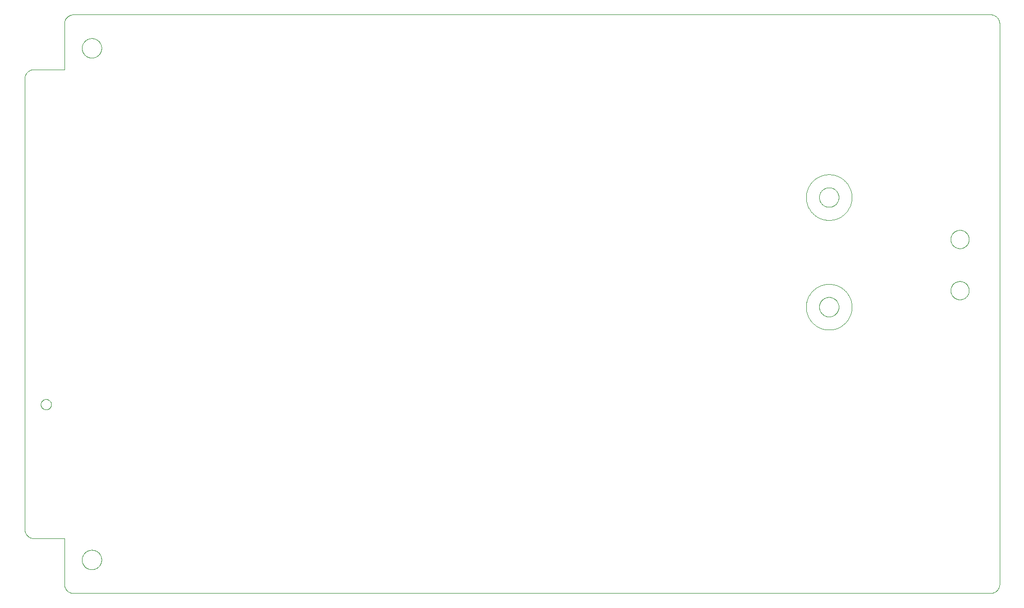
<source format=gko>
G75*
%MOIN*%
%OFA0B0*%
%FSLAX25Y25*%
%IPPOS*%
%LPD*%
%AMOC8*
5,1,8,0,0,1.08239X$1,22.5*
%
%ADD10C,0.00394*%
%ADD11C,0.00000*%
D10*
X0096656Y0075862D02*
X0689176Y0075862D01*
X0689328Y0075864D01*
X0689480Y0075870D01*
X0689632Y0075880D01*
X0689783Y0075893D01*
X0689934Y0075911D01*
X0690085Y0075932D01*
X0690235Y0075958D01*
X0690384Y0075987D01*
X0690533Y0076020D01*
X0690680Y0076057D01*
X0690827Y0076097D01*
X0690972Y0076142D01*
X0691116Y0076190D01*
X0691259Y0076242D01*
X0691401Y0076297D01*
X0691541Y0076356D01*
X0691680Y0076419D01*
X0691817Y0076485D01*
X0691952Y0076555D01*
X0692085Y0076628D01*
X0692216Y0076705D01*
X0692346Y0076785D01*
X0692473Y0076868D01*
X0692598Y0076954D01*
X0692721Y0077044D01*
X0692841Y0077137D01*
X0692959Y0077233D01*
X0693075Y0077332D01*
X0693188Y0077434D01*
X0693298Y0077538D01*
X0693406Y0077646D01*
X0693510Y0077756D01*
X0693612Y0077869D01*
X0693711Y0077985D01*
X0693807Y0078103D01*
X0693900Y0078223D01*
X0693990Y0078346D01*
X0694076Y0078471D01*
X0694159Y0078598D01*
X0694239Y0078728D01*
X0694316Y0078859D01*
X0694389Y0078992D01*
X0694459Y0079127D01*
X0694525Y0079264D01*
X0694588Y0079403D01*
X0694647Y0079543D01*
X0694702Y0079685D01*
X0694754Y0079828D01*
X0694802Y0079972D01*
X0694847Y0080117D01*
X0694887Y0080264D01*
X0694924Y0080411D01*
X0694957Y0080560D01*
X0694986Y0080709D01*
X0695012Y0080859D01*
X0695033Y0081010D01*
X0695051Y0081161D01*
X0695064Y0081312D01*
X0695074Y0081464D01*
X0695080Y0081616D01*
X0695082Y0081768D01*
X0695081Y0081768D02*
X0695081Y0443972D01*
X0695082Y0443972D02*
X0695080Y0444124D01*
X0695074Y0444276D01*
X0695064Y0444428D01*
X0695051Y0444579D01*
X0695033Y0444730D01*
X0695012Y0444881D01*
X0694986Y0445031D01*
X0694957Y0445180D01*
X0694924Y0445329D01*
X0694887Y0445476D01*
X0694847Y0445623D01*
X0694802Y0445768D01*
X0694754Y0445912D01*
X0694702Y0446055D01*
X0694647Y0446197D01*
X0694588Y0446337D01*
X0694525Y0446476D01*
X0694459Y0446613D01*
X0694389Y0446748D01*
X0694316Y0446881D01*
X0694239Y0447012D01*
X0694159Y0447142D01*
X0694076Y0447269D01*
X0693990Y0447394D01*
X0693900Y0447517D01*
X0693807Y0447637D01*
X0693711Y0447755D01*
X0693612Y0447871D01*
X0693510Y0447984D01*
X0693406Y0448094D01*
X0693298Y0448202D01*
X0693188Y0448306D01*
X0693075Y0448408D01*
X0692959Y0448507D01*
X0692841Y0448603D01*
X0692721Y0448696D01*
X0692598Y0448786D01*
X0692473Y0448872D01*
X0692346Y0448955D01*
X0692216Y0449035D01*
X0692085Y0449112D01*
X0691952Y0449185D01*
X0691817Y0449255D01*
X0691680Y0449321D01*
X0691541Y0449384D01*
X0691401Y0449443D01*
X0691259Y0449498D01*
X0691116Y0449550D01*
X0690972Y0449598D01*
X0690827Y0449643D01*
X0690680Y0449683D01*
X0690533Y0449720D01*
X0690384Y0449753D01*
X0690235Y0449782D01*
X0690085Y0449808D01*
X0689934Y0449829D01*
X0689783Y0449847D01*
X0689632Y0449860D01*
X0689480Y0449870D01*
X0689328Y0449876D01*
X0689176Y0449878D01*
X0096656Y0449878D01*
X0096504Y0449876D01*
X0096352Y0449870D01*
X0096200Y0449860D01*
X0096049Y0449847D01*
X0095898Y0449829D01*
X0095747Y0449808D01*
X0095597Y0449782D01*
X0095448Y0449753D01*
X0095299Y0449720D01*
X0095152Y0449683D01*
X0095005Y0449643D01*
X0094860Y0449598D01*
X0094716Y0449550D01*
X0094573Y0449498D01*
X0094431Y0449443D01*
X0094291Y0449384D01*
X0094152Y0449321D01*
X0094015Y0449255D01*
X0093880Y0449185D01*
X0093747Y0449112D01*
X0093616Y0449035D01*
X0093486Y0448955D01*
X0093359Y0448872D01*
X0093234Y0448786D01*
X0093111Y0448696D01*
X0092991Y0448603D01*
X0092873Y0448507D01*
X0092757Y0448408D01*
X0092644Y0448306D01*
X0092534Y0448202D01*
X0092426Y0448094D01*
X0092322Y0447984D01*
X0092220Y0447871D01*
X0092121Y0447755D01*
X0092025Y0447637D01*
X0091932Y0447517D01*
X0091842Y0447394D01*
X0091756Y0447269D01*
X0091673Y0447142D01*
X0091593Y0447012D01*
X0091516Y0446881D01*
X0091443Y0446748D01*
X0091373Y0446613D01*
X0091307Y0446476D01*
X0091244Y0446337D01*
X0091185Y0446197D01*
X0091130Y0446055D01*
X0091078Y0445912D01*
X0091030Y0445768D01*
X0090985Y0445623D01*
X0090945Y0445476D01*
X0090908Y0445329D01*
X0090875Y0445180D01*
X0090846Y0445031D01*
X0090820Y0444881D01*
X0090799Y0444730D01*
X0090781Y0444579D01*
X0090768Y0444428D01*
X0090758Y0444276D01*
X0090752Y0444124D01*
X0090750Y0443972D01*
X0090751Y0443972D02*
X0090751Y0414445D01*
X0071066Y0414445D01*
X0070914Y0414443D01*
X0070762Y0414437D01*
X0070610Y0414427D01*
X0070459Y0414414D01*
X0070308Y0414396D01*
X0070157Y0414375D01*
X0070007Y0414349D01*
X0069858Y0414320D01*
X0069709Y0414287D01*
X0069562Y0414250D01*
X0069415Y0414210D01*
X0069270Y0414165D01*
X0069126Y0414117D01*
X0068983Y0414065D01*
X0068841Y0414010D01*
X0068701Y0413951D01*
X0068562Y0413888D01*
X0068425Y0413822D01*
X0068290Y0413752D01*
X0068157Y0413679D01*
X0068026Y0413602D01*
X0067896Y0413522D01*
X0067769Y0413439D01*
X0067644Y0413353D01*
X0067521Y0413263D01*
X0067401Y0413170D01*
X0067283Y0413074D01*
X0067167Y0412975D01*
X0067054Y0412873D01*
X0066944Y0412769D01*
X0066836Y0412661D01*
X0066732Y0412551D01*
X0066630Y0412438D01*
X0066531Y0412322D01*
X0066435Y0412204D01*
X0066342Y0412084D01*
X0066252Y0411961D01*
X0066166Y0411836D01*
X0066083Y0411709D01*
X0066003Y0411579D01*
X0065926Y0411448D01*
X0065853Y0411315D01*
X0065783Y0411180D01*
X0065717Y0411043D01*
X0065654Y0410904D01*
X0065595Y0410764D01*
X0065540Y0410622D01*
X0065488Y0410479D01*
X0065440Y0410335D01*
X0065395Y0410190D01*
X0065355Y0410043D01*
X0065318Y0409896D01*
X0065285Y0409747D01*
X0065256Y0409598D01*
X0065230Y0409448D01*
X0065209Y0409297D01*
X0065191Y0409146D01*
X0065178Y0408995D01*
X0065168Y0408843D01*
X0065162Y0408691D01*
X0065160Y0408539D01*
X0065160Y0117201D01*
X0065162Y0117049D01*
X0065168Y0116897D01*
X0065178Y0116745D01*
X0065191Y0116594D01*
X0065209Y0116443D01*
X0065230Y0116292D01*
X0065256Y0116142D01*
X0065285Y0115993D01*
X0065318Y0115844D01*
X0065355Y0115697D01*
X0065395Y0115550D01*
X0065440Y0115405D01*
X0065488Y0115261D01*
X0065540Y0115118D01*
X0065595Y0114976D01*
X0065654Y0114836D01*
X0065717Y0114697D01*
X0065783Y0114560D01*
X0065853Y0114425D01*
X0065926Y0114292D01*
X0066003Y0114161D01*
X0066083Y0114031D01*
X0066166Y0113904D01*
X0066252Y0113779D01*
X0066342Y0113656D01*
X0066435Y0113536D01*
X0066531Y0113418D01*
X0066630Y0113302D01*
X0066732Y0113189D01*
X0066836Y0113079D01*
X0066944Y0112971D01*
X0067054Y0112867D01*
X0067167Y0112765D01*
X0067283Y0112666D01*
X0067401Y0112570D01*
X0067521Y0112477D01*
X0067644Y0112387D01*
X0067769Y0112301D01*
X0067896Y0112218D01*
X0068026Y0112138D01*
X0068157Y0112061D01*
X0068290Y0111988D01*
X0068425Y0111918D01*
X0068562Y0111852D01*
X0068701Y0111789D01*
X0068841Y0111730D01*
X0068983Y0111675D01*
X0069126Y0111623D01*
X0069270Y0111575D01*
X0069415Y0111530D01*
X0069562Y0111490D01*
X0069709Y0111453D01*
X0069858Y0111420D01*
X0070007Y0111391D01*
X0070157Y0111365D01*
X0070308Y0111344D01*
X0070459Y0111326D01*
X0070610Y0111313D01*
X0070762Y0111303D01*
X0070914Y0111297D01*
X0071066Y0111295D01*
X0090751Y0111295D01*
X0090751Y0081768D01*
X0090750Y0081768D02*
X0090752Y0081616D01*
X0090758Y0081464D01*
X0090768Y0081312D01*
X0090781Y0081161D01*
X0090799Y0081010D01*
X0090820Y0080859D01*
X0090846Y0080709D01*
X0090875Y0080560D01*
X0090908Y0080411D01*
X0090945Y0080264D01*
X0090985Y0080117D01*
X0091030Y0079972D01*
X0091078Y0079828D01*
X0091130Y0079685D01*
X0091185Y0079543D01*
X0091244Y0079403D01*
X0091307Y0079264D01*
X0091373Y0079127D01*
X0091443Y0078992D01*
X0091516Y0078859D01*
X0091593Y0078728D01*
X0091673Y0078598D01*
X0091756Y0078471D01*
X0091842Y0078346D01*
X0091932Y0078223D01*
X0092025Y0078103D01*
X0092121Y0077985D01*
X0092220Y0077869D01*
X0092322Y0077756D01*
X0092426Y0077646D01*
X0092534Y0077538D01*
X0092644Y0077434D01*
X0092757Y0077332D01*
X0092873Y0077233D01*
X0092991Y0077137D01*
X0093111Y0077044D01*
X0093234Y0076954D01*
X0093359Y0076868D01*
X0093486Y0076785D01*
X0093616Y0076705D01*
X0093747Y0076628D01*
X0093880Y0076555D01*
X0094015Y0076485D01*
X0094152Y0076419D01*
X0094291Y0076356D01*
X0094431Y0076297D01*
X0094573Y0076242D01*
X0094716Y0076190D01*
X0094860Y0076142D01*
X0095005Y0076097D01*
X0095152Y0076057D01*
X0095299Y0076020D01*
X0095448Y0075987D01*
X0095597Y0075958D01*
X0095747Y0075932D01*
X0095898Y0075911D01*
X0096049Y0075893D01*
X0096200Y0075880D01*
X0096352Y0075870D01*
X0096504Y0075864D01*
X0096656Y0075862D01*
X0570081Y0260902D02*
X0570085Y0261264D01*
X0570099Y0261626D01*
X0570121Y0261988D01*
X0570152Y0262349D01*
X0570192Y0262709D01*
X0570241Y0263068D01*
X0570298Y0263426D01*
X0570365Y0263782D01*
X0570440Y0264137D01*
X0570523Y0264489D01*
X0570616Y0264840D01*
X0570717Y0265188D01*
X0570826Y0265533D01*
X0570944Y0265876D01*
X0571070Y0266215D01*
X0571205Y0266552D01*
X0571348Y0266885D01*
X0571499Y0267214D01*
X0571657Y0267540D01*
X0571824Y0267862D01*
X0571999Y0268179D01*
X0572181Y0268492D01*
X0572372Y0268801D01*
X0572569Y0269104D01*
X0572774Y0269403D01*
X0572986Y0269697D01*
X0573206Y0269985D01*
X0573432Y0270268D01*
X0573666Y0270545D01*
X0573906Y0270817D01*
X0574152Y0271082D01*
X0574405Y0271342D01*
X0574665Y0271595D01*
X0574930Y0271841D01*
X0575202Y0272081D01*
X0575479Y0272315D01*
X0575762Y0272541D01*
X0576050Y0272761D01*
X0576344Y0272973D01*
X0576643Y0273178D01*
X0576946Y0273375D01*
X0577255Y0273566D01*
X0577568Y0273748D01*
X0577885Y0273923D01*
X0578207Y0274090D01*
X0578533Y0274248D01*
X0578862Y0274399D01*
X0579195Y0274542D01*
X0579532Y0274677D01*
X0579871Y0274803D01*
X0580214Y0274921D01*
X0580559Y0275030D01*
X0580907Y0275131D01*
X0581258Y0275224D01*
X0581610Y0275307D01*
X0581965Y0275382D01*
X0582321Y0275449D01*
X0582679Y0275506D01*
X0583038Y0275555D01*
X0583398Y0275595D01*
X0583759Y0275626D01*
X0584121Y0275648D01*
X0584483Y0275662D01*
X0584845Y0275666D01*
X0585207Y0275662D01*
X0585569Y0275648D01*
X0585931Y0275626D01*
X0586292Y0275595D01*
X0586652Y0275555D01*
X0587011Y0275506D01*
X0587369Y0275449D01*
X0587725Y0275382D01*
X0588080Y0275307D01*
X0588432Y0275224D01*
X0588783Y0275131D01*
X0589131Y0275030D01*
X0589476Y0274921D01*
X0589819Y0274803D01*
X0590158Y0274677D01*
X0590495Y0274542D01*
X0590828Y0274399D01*
X0591157Y0274248D01*
X0591483Y0274090D01*
X0591805Y0273923D01*
X0592122Y0273748D01*
X0592435Y0273566D01*
X0592744Y0273375D01*
X0593047Y0273178D01*
X0593346Y0272973D01*
X0593640Y0272761D01*
X0593928Y0272541D01*
X0594211Y0272315D01*
X0594488Y0272081D01*
X0594760Y0271841D01*
X0595025Y0271595D01*
X0595285Y0271342D01*
X0595538Y0271082D01*
X0595784Y0270817D01*
X0596024Y0270545D01*
X0596258Y0270268D01*
X0596484Y0269985D01*
X0596704Y0269697D01*
X0596916Y0269403D01*
X0597121Y0269104D01*
X0597318Y0268801D01*
X0597509Y0268492D01*
X0597691Y0268179D01*
X0597866Y0267862D01*
X0598033Y0267540D01*
X0598191Y0267214D01*
X0598342Y0266885D01*
X0598485Y0266552D01*
X0598620Y0266215D01*
X0598746Y0265876D01*
X0598864Y0265533D01*
X0598973Y0265188D01*
X0599074Y0264840D01*
X0599167Y0264489D01*
X0599250Y0264137D01*
X0599325Y0263782D01*
X0599392Y0263426D01*
X0599449Y0263068D01*
X0599498Y0262709D01*
X0599538Y0262349D01*
X0599569Y0261988D01*
X0599591Y0261626D01*
X0599605Y0261264D01*
X0599609Y0260902D01*
X0599605Y0260540D01*
X0599591Y0260178D01*
X0599569Y0259816D01*
X0599538Y0259455D01*
X0599498Y0259095D01*
X0599449Y0258736D01*
X0599392Y0258378D01*
X0599325Y0258022D01*
X0599250Y0257667D01*
X0599167Y0257315D01*
X0599074Y0256964D01*
X0598973Y0256616D01*
X0598864Y0256271D01*
X0598746Y0255928D01*
X0598620Y0255589D01*
X0598485Y0255252D01*
X0598342Y0254919D01*
X0598191Y0254590D01*
X0598033Y0254264D01*
X0597866Y0253942D01*
X0597691Y0253625D01*
X0597509Y0253312D01*
X0597318Y0253003D01*
X0597121Y0252700D01*
X0596916Y0252401D01*
X0596704Y0252107D01*
X0596484Y0251819D01*
X0596258Y0251536D01*
X0596024Y0251259D01*
X0595784Y0250987D01*
X0595538Y0250722D01*
X0595285Y0250462D01*
X0595025Y0250209D01*
X0594760Y0249963D01*
X0594488Y0249723D01*
X0594211Y0249489D01*
X0593928Y0249263D01*
X0593640Y0249043D01*
X0593346Y0248831D01*
X0593047Y0248626D01*
X0592744Y0248429D01*
X0592435Y0248238D01*
X0592122Y0248056D01*
X0591805Y0247881D01*
X0591483Y0247714D01*
X0591157Y0247556D01*
X0590828Y0247405D01*
X0590495Y0247262D01*
X0590158Y0247127D01*
X0589819Y0247001D01*
X0589476Y0246883D01*
X0589131Y0246774D01*
X0588783Y0246673D01*
X0588432Y0246580D01*
X0588080Y0246497D01*
X0587725Y0246422D01*
X0587369Y0246355D01*
X0587011Y0246298D01*
X0586652Y0246249D01*
X0586292Y0246209D01*
X0585931Y0246178D01*
X0585569Y0246156D01*
X0585207Y0246142D01*
X0584845Y0246138D01*
X0584483Y0246142D01*
X0584121Y0246156D01*
X0583759Y0246178D01*
X0583398Y0246209D01*
X0583038Y0246249D01*
X0582679Y0246298D01*
X0582321Y0246355D01*
X0581965Y0246422D01*
X0581610Y0246497D01*
X0581258Y0246580D01*
X0580907Y0246673D01*
X0580559Y0246774D01*
X0580214Y0246883D01*
X0579871Y0247001D01*
X0579532Y0247127D01*
X0579195Y0247262D01*
X0578862Y0247405D01*
X0578533Y0247556D01*
X0578207Y0247714D01*
X0577885Y0247881D01*
X0577568Y0248056D01*
X0577255Y0248238D01*
X0576946Y0248429D01*
X0576643Y0248626D01*
X0576344Y0248831D01*
X0576050Y0249043D01*
X0575762Y0249263D01*
X0575479Y0249489D01*
X0575202Y0249723D01*
X0574930Y0249963D01*
X0574665Y0250209D01*
X0574405Y0250462D01*
X0574152Y0250722D01*
X0573906Y0250987D01*
X0573666Y0251259D01*
X0573432Y0251536D01*
X0573206Y0251819D01*
X0572986Y0252107D01*
X0572774Y0252401D01*
X0572569Y0252700D01*
X0572372Y0253003D01*
X0572181Y0253312D01*
X0571999Y0253625D01*
X0571824Y0253942D01*
X0571657Y0254264D01*
X0571499Y0254590D01*
X0571348Y0254919D01*
X0571205Y0255252D01*
X0571070Y0255589D01*
X0570944Y0255928D01*
X0570826Y0256271D01*
X0570717Y0256616D01*
X0570616Y0256964D01*
X0570523Y0257315D01*
X0570440Y0257667D01*
X0570365Y0258022D01*
X0570298Y0258378D01*
X0570241Y0258736D01*
X0570192Y0259095D01*
X0570152Y0259455D01*
X0570121Y0259816D01*
X0570099Y0260178D01*
X0570085Y0260540D01*
X0570081Y0260902D01*
X0570081Y0331768D02*
X0570085Y0332130D01*
X0570099Y0332492D01*
X0570121Y0332854D01*
X0570152Y0333215D01*
X0570192Y0333575D01*
X0570241Y0333934D01*
X0570298Y0334292D01*
X0570365Y0334648D01*
X0570440Y0335003D01*
X0570523Y0335355D01*
X0570616Y0335706D01*
X0570717Y0336054D01*
X0570826Y0336399D01*
X0570944Y0336742D01*
X0571070Y0337081D01*
X0571205Y0337418D01*
X0571348Y0337751D01*
X0571499Y0338080D01*
X0571657Y0338406D01*
X0571824Y0338728D01*
X0571999Y0339045D01*
X0572181Y0339358D01*
X0572372Y0339667D01*
X0572569Y0339970D01*
X0572774Y0340269D01*
X0572986Y0340563D01*
X0573206Y0340851D01*
X0573432Y0341134D01*
X0573666Y0341411D01*
X0573906Y0341683D01*
X0574152Y0341948D01*
X0574405Y0342208D01*
X0574665Y0342461D01*
X0574930Y0342707D01*
X0575202Y0342947D01*
X0575479Y0343181D01*
X0575762Y0343407D01*
X0576050Y0343627D01*
X0576344Y0343839D01*
X0576643Y0344044D01*
X0576946Y0344241D01*
X0577255Y0344432D01*
X0577568Y0344614D01*
X0577885Y0344789D01*
X0578207Y0344956D01*
X0578533Y0345114D01*
X0578862Y0345265D01*
X0579195Y0345408D01*
X0579532Y0345543D01*
X0579871Y0345669D01*
X0580214Y0345787D01*
X0580559Y0345896D01*
X0580907Y0345997D01*
X0581258Y0346090D01*
X0581610Y0346173D01*
X0581965Y0346248D01*
X0582321Y0346315D01*
X0582679Y0346372D01*
X0583038Y0346421D01*
X0583398Y0346461D01*
X0583759Y0346492D01*
X0584121Y0346514D01*
X0584483Y0346528D01*
X0584845Y0346532D01*
X0585207Y0346528D01*
X0585569Y0346514D01*
X0585931Y0346492D01*
X0586292Y0346461D01*
X0586652Y0346421D01*
X0587011Y0346372D01*
X0587369Y0346315D01*
X0587725Y0346248D01*
X0588080Y0346173D01*
X0588432Y0346090D01*
X0588783Y0345997D01*
X0589131Y0345896D01*
X0589476Y0345787D01*
X0589819Y0345669D01*
X0590158Y0345543D01*
X0590495Y0345408D01*
X0590828Y0345265D01*
X0591157Y0345114D01*
X0591483Y0344956D01*
X0591805Y0344789D01*
X0592122Y0344614D01*
X0592435Y0344432D01*
X0592744Y0344241D01*
X0593047Y0344044D01*
X0593346Y0343839D01*
X0593640Y0343627D01*
X0593928Y0343407D01*
X0594211Y0343181D01*
X0594488Y0342947D01*
X0594760Y0342707D01*
X0595025Y0342461D01*
X0595285Y0342208D01*
X0595538Y0341948D01*
X0595784Y0341683D01*
X0596024Y0341411D01*
X0596258Y0341134D01*
X0596484Y0340851D01*
X0596704Y0340563D01*
X0596916Y0340269D01*
X0597121Y0339970D01*
X0597318Y0339667D01*
X0597509Y0339358D01*
X0597691Y0339045D01*
X0597866Y0338728D01*
X0598033Y0338406D01*
X0598191Y0338080D01*
X0598342Y0337751D01*
X0598485Y0337418D01*
X0598620Y0337081D01*
X0598746Y0336742D01*
X0598864Y0336399D01*
X0598973Y0336054D01*
X0599074Y0335706D01*
X0599167Y0335355D01*
X0599250Y0335003D01*
X0599325Y0334648D01*
X0599392Y0334292D01*
X0599449Y0333934D01*
X0599498Y0333575D01*
X0599538Y0333215D01*
X0599569Y0332854D01*
X0599591Y0332492D01*
X0599605Y0332130D01*
X0599609Y0331768D01*
X0599605Y0331406D01*
X0599591Y0331044D01*
X0599569Y0330682D01*
X0599538Y0330321D01*
X0599498Y0329961D01*
X0599449Y0329602D01*
X0599392Y0329244D01*
X0599325Y0328888D01*
X0599250Y0328533D01*
X0599167Y0328181D01*
X0599074Y0327830D01*
X0598973Y0327482D01*
X0598864Y0327137D01*
X0598746Y0326794D01*
X0598620Y0326455D01*
X0598485Y0326118D01*
X0598342Y0325785D01*
X0598191Y0325456D01*
X0598033Y0325130D01*
X0597866Y0324808D01*
X0597691Y0324491D01*
X0597509Y0324178D01*
X0597318Y0323869D01*
X0597121Y0323566D01*
X0596916Y0323267D01*
X0596704Y0322973D01*
X0596484Y0322685D01*
X0596258Y0322402D01*
X0596024Y0322125D01*
X0595784Y0321853D01*
X0595538Y0321588D01*
X0595285Y0321328D01*
X0595025Y0321075D01*
X0594760Y0320829D01*
X0594488Y0320589D01*
X0594211Y0320355D01*
X0593928Y0320129D01*
X0593640Y0319909D01*
X0593346Y0319697D01*
X0593047Y0319492D01*
X0592744Y0319295D01*
X0592435Y0319104D01*
X0592122Y0318922D01*
X0591805Y0318747D01*
X0591483Y0318580D01*
X0591157Y0318422D01*
X0590828Y0318271D01*
X0590495Y0318128D01*
X0590158Y0317993D01*
X0589819Y0317867D01*
X0589476Y0317749D01*
X0589131Y0317640D01*
X0588783Y0317539D01*
X0588432Y0317446D01*
X0588080Y0317363D01*
X0587725Y0317288D01*
X0587369Y0317221D01*
X0587011Y0317164D01*
X0586652Y0317115D01*
X0586292Y0317075D01*
X0585931Y0317044D01*
X0585569Y0317022D01*
X0585207Y0317008D01*
X0584845Y0317004D01*
X0584483Y0317008D01*
X0584121Y0317022D01*
X0583759Y0317044D01*
X0583398Y0317075D01*
X0583038Y0317115D01*
X0582679Y0317164D01*
X0582321Y0317221D01*
X0581965Y0317288D01*
X0581610Y0317363D01*
X0581258Y0317446D01*
X0580907Y0317539D01*
X0580559Y0317640D01*
X0580214Y0317749D01*
X0579871Y0317867D01*
X0579532Y0317993D01*
X0579195Y0318128D01*
X0578862Y0318271D01*
X0578533Y0318422D01*
X0578207Y0318580D01*
X0577885Y0318747D01*
X0577568Y0318922D01*
X0577255Y0319104D01*
X0576946Y0319295D01*
X0576643Y0319492D01*
X0576344Y0319697D01*
X0576050Y0319909D01*
X0575762Y0320129D01*
X0575479Y0320355D01*
X0575202Y0320589D01*
X0574930Y0320829D01*
X0574665Y0321075D01*
X0574405Y0321328D01*
X0574152Y0321588D01*
X0573906Y0321853D01*
X0573666Y0322125D01*
X0573432Y0322402D01*
X0573206Y0322685D01*
X0572986Y0322973D01*
X0572774Y0323267D01*
X0572569Y0323566D01*
X0572372Y0323869D01*
X0572181Y0324178D01*
X0571999Y0324491D01*
X0571824Y0324808D01*
X0571657Y0325130D01*
X0571499Y0325456D01*
X0571348Y0325785D01*
X0571205Y0326118D01*
X0571070Y0326455D01*
X0570944Y0326794D01*
X0570826Y0327137D01*
X0570717Y0327482D01*
X0570616Y0327830D01*
X0570523Y0328181D01*
X0570440Y0328533D01*
X0570365Y0328888D01*
X0570298Y0329244D01*
X0570241Y0329602D01*
X0570192Y0329961D01*
X0570152Y0330321D01*
X0570121Y0330682D01*
X0570099Y0331044D01*
X0570085Y0331406D01*
X0570081Y0331768D01*
D11*
X0578546Y0331768D02*
X0578548Y0331926D01*
X0578554Y0332084D01*
X0578564Y0332242D01*
X0578578Y0332400D01*
X0578596Y0332557D01*
X0578617Y0332714D01*
X0578643Y0332870D01*
X0578673Y0333026D01*
X0578706Y0333181D01*
X0578744Y0333334D01*
X0578785Y0333487D01*
X0578830Y0333639D01*
X0578879Y0333790D01*
X0578932Y0333939D01*
X0578988Y0334087D01*
X0579048Y0334233D01*
X0579112Y0334378D01*
X0579180Y0334521D01*
X0579251Y0334663D01*
X0579325Y0334803D01*
X0579403Y0334940D01*
X0579485Y0335076D01*
X0579569Y0335210D01*
X0579658Y0335341D01*
X0579749Y0335470D01*
X0579844Y0335597D01*
X0579941Y0335722D01*
X0580042Y0335844D01*
X0580146Y0335963D01*
X0580253Y0336080D01*
X0580363Y0336194D01*
X0580476Y0336305D01*
X0580591Y0336414D01*
X0580709Y0336519D01*
X0580830Y0336621D01*
X0580953Y0336721D01*
X0581079Y0336817D01*
X0581207Y0336910D01*
X0581337Y0337000D01*
X0581470Y0337086D01*
X0581605Y0337170D01*
X0581741Y0337249D01*
X0581880Y0337326D01*
X0582021Y0337398D01*
X0582163Y0337468D01*
X0582307Y0337533D01*
X0582453Y0337595D01*
X0582600Y0337653D01*
X0582749Y0337708D01*
X0582899Y0337759D01*
X0583050Y0337806D01*
X0583202Y0337849D01*
X0583355Y0337888D01*
X0583510Y0337924D01*
X0583665Y0337955D01*
X0583821Y0337983D01*
X0583977Y0338007D01*
X0584134Y0338027D01*
X0584292Y0338043D01*
X0584449Y0338055D01*
X0584608Y0338063D01*
X0584766Y0338067D01*
X0584924Y0338067D01*
X0585082Y0338063D01*
X0585241Y0338055D01*
X0585398Y0338043D01*
X0585556Y0338027D01*
X0585713Y0338007D01*
X0585869Y0337983D01*
X0586025Y0337955D01*
X0586180Y0337924D01*
X0586335Y0337888D01*
X0586488Y0337849D01*
X0586640Y0337806D01*
X0586791Y0337759D01*
X0586941Y0337708D01*
X0587090Y0337653D01*
X0587237Y0337595D01*
X0587383Y0337533D01*
X0587527Y0337468D01*
X0587669Y0337398D01*
X0587810Y0337326D01*
X0587949Y0337249D01*
X0588085Y0337170D01*
X0588220Y0337086D01*
X0588353Y0337000D01*
X0588483Y0336910D01*
X0588611Y0336817D01*
X0588737Y0336721D01*
X0588860Y0336621D01*
X0588981Y0336519D01*
X0589099Y0336414D01*
X0589214Y0336305D01*
X0589327Y0336194D01*
X0589437Y0336080D01*
X0589544Y0335963D01*
X0589648Y0335844D01*
X0589749Y0335722D01*
X0589846Y0335597D01*
X0589941Y0335470D01*
X0590032Y0335341D01*
X0590121Y0335210D01*
X0590205Y0335076D01*
X0590287Y0334940D01*
X0590365Y0334803D01*
X0590439Y0334663D01*
X0590510Y0334521D01*
X0590578Y0334378D01*
X0590642Y0334233D01*
X0590702Y0334087D01*
X0590758Y0333939D01*
X0590811Y0333790D01*
X0590860Y0333639D01*
X0590905Y0333487D01*
X0590946Y0333334D01*
X0590984Y0333181D01*
X0591017Y0333026D01*
X0591047Y0332870D01*
X0591073Y0332714D01*
X0591094Y0332557D01*
X0591112Y0332400D01*
X0591126Y0332242D01*
X0591136Y0332084D01*
X0591142Y0331926D01*
X0591144Y0331768D01*
X0591142Y0331610D01*
X0591136Y0331452D01*
X0591126Y0331294D01*
X0591112Y0331136D01*
X0591094Y0330979D01*
X0591073Y0330822D01*
X0591047Y0330666D01*
X0591017Y0330510D01*
X0590984Y0330355D01*
X0590946Y0330202D01*
X0590905Y0330049D01*
X0590860Y0329897D01*
X0590811Y0329746D01*
X0590758Y0329597D01*
X0590702Y0329449D01*
X0590642Y0329303D01*
X0590578Y0329158D01*
X0590510Y0329015D01*
X0590439Y0328873D01*
X0590365Y0328733D01*
X0590287Y0328596D01*
X0590205Y0328460D01*
X0590121Y0328326D01*
X0590032Y0328195D01*
X0589941Y0328066D01*
X0589846Y0327939D01*
X0589749Y0327814D01*
X0589648Y0327692D01*
X0589544Y0327573D01*
X0589437Y0327456D01*
X0589327Y0327342D01*
X0589214Y0327231D01*
X0589099Y0327122D01*
X0588981Y0327017D01*
X0588860Y0326915D01*
X0588737Y0326815D01*
X0588611Y0326719D01*
X0588483Y0326626D01*
X0588353Y0326536D01*
X0588220Y0326450D01*
X0588085Y0326366D01*
X0587949Y0326287D01*
X0587810Y0326210D01*
X0587669Y0326138D01*
X0587527Y0326068D01*
X0587383Y0326003D01*
X0587237Y0325941D01*
X0587090Y0325883D01*
X0586941Y0325828D01*
X0586791Y0325777D01*
X0586640Y0325730D01*
X0586488Y0325687D01*
X0586335Y0325648D01*
X0586180Y0325612D01*
X0586025Y0325581D01*
X0585869Y0325553D01*
X0585713Y0325529D01*
X0585556Y0325509D01*
X0585398Y0325493D01*
X0585241Y0325481D01*
X0585082Y0325473D01*
X0584924Y0325469D01*
X0584766Y0325469D01*
X0584608Y0325473D01*
X0584449Y0325481D01*
X0584292Y0325493D01*
X0584134Y0325509D01*
X0583977Y0325529D01*
X0583821Y0325553D01*
X0583665Y0325581D01*
X0583510Y0325612D01*
X0583355Y0325648D01*
X0583202Y0325687D01*
X0583050Y0325730D01*
X0582899Y0325777D01*
X0582749Y0325828D01*
X0582600Y0325883D01*
X0582453Y0325941D01*
X0582307Y0326003D01*
X0582163Y0326068D01*
X0582021Y0326138D01*
X0581880Y0326210D01*
X0581741Y0326287D01*
X0581605Y0326366D01*
X0581470Y0326450D01*
X0581337Y0326536D01*
X0581207Y0326626D01*
X0581079Y0326719D01*
X0580953Y0326815D01*
X0580830Y0326915D01*
X0580709Y0327017D01*
X0580591Y0327122D01*
X0580476Y0327231D01*
X0580363Y0327342D01*
X0580253Y0327456D01*
X0580146Y0327573D01*
X0580042Y0327692D01*
X0579941Y0327814D01*
X0579844Y0327939D01*
X0579749Y0328066D01*
X0579658Y0328195D01*
X0579569Y0328326D01*
X0579485Y0328460D01*
X0579403Y0328596D01*
X0579325Y0328733D01*
X0579251Y0328873D01*
X0579180Y0329015D01*
X0579112Y0329158D01*
X0579048Y0329303D01*
X0578988Y0329449D01*
X0578932Y0329597D01*
X0578879Y0329746D01*
X0578830Y0329897D01*
X0578785Y0330049D01*
X0578744Y0330202D01*
X0578706Y0330355D01*
X0578673Y0330510D01*
X0578643Y0330666D01*
X0578617Y0330822D01*
X0578596Y0330979D01*
X0578578Y0331136D01*
X0578564Y0331294D01*
X0578554Y0331452D01*
X0578548Y0331610D01*
X0578546Y0331768D01*
X0663494Y0304648D02*
X0663496Y0304801D01*
X0663502Y0304955D01*
X0663512Y0305108D01*
X0663526Y0305260D01*
X0663544Y0305413D01*
X0663566Y0305564D01*
X0663591Y0305715D01*
X0663621Y0305866D01*
X0663655Y0306016D01*
X0663692Y0306164D01*
X0663733Y0306312D01*
X0663778Y0306458D01*
X0663827Y0306604D01*
X0663880Y0306748D01*
X0663936Y0306890D01*
X0663996Y0307031D01*
X0664060Y0307171D01*
X0664127Y0307309D01*
X0664198Y0307445D01*
X0664273Y0307579D01*
X0664350Y0307711D01*
X0664432Y0307841D01*
X0664516Y0307969D01*
X0664604Y0308095D01*
X0664695Y0308218D01*
X0664789Y0308339D01*
X0664887Y0308457D01*
X0664987Y0308573D01*
X0665091Y0308686D01*
X0665197Y0308797D01*
X0665306Y0308905D01*
X0665418Y0309010D01*
X0665532Y0309111D01*
X0665650Y0309210D01*
X0665769Y0309306D01*
X0665891Y0309399D01*
X0666016Y0309488D01*
X0666143Y0309575D01*
X0666272Y0309657D01*
X0666403Y0309737D01*
X0666536Y0309813D01*
X0666671Y0309886D01*
X0666808Y0309955D01*
X0666947Y0310020D01*
X0667087Y0310082D01*
X0667229Y0310140D01*
X0667372Y0310195D01*
X0667517Y0310246D01*
X0667663Y0310293D01*
X0667810Y0310336D01*
X0667958Y0310375D01*
X0668107Y0310411D01*
X0668257Y0310442D01*
X0668408Y0310470D01*
X0668559Y0310494D01*
X0668712Y0310514D01*
X0668864Y0310530D01*
X0669017Y0310542D01*
X0669170Y0310550D01*
X0669323Y0310554D01*
X0669477Y0310554D01*
X0669630Y0310550D01*
X0669783Y0310542D01*
X0669936Y0310530D01*
X0670088Y0310514D01*
X0670241Y0310494D01*
X0670392Y0310470D01*
X0670543Y0310442D01*
X0670693Y0310411D01*
X0670842Y0310375D01*
X0670990Y0310336D01*
X0671137Y0310293D01*
X0671283Y0310246D01*
X0671428Y0310195D01*
X0671571Y0310140D01*
X0671713Y0310082D01*
X0671853Y0310020D01*
X0671992Y0309955D01*
X0672129Y0309886D01*
X0672264Y0309813D01*
X0672397Y0309737D01*
X0672528Y0309657D01*
X0672657Y0309575D01*
X0672784Y0309488D01*
X0672909Y0309399D01*
X0673031Y0309306D01*
X0673150Y0309210D01*
X0673268Y0309111D01*
X0673382Y0309010D01*
X0673494Y0308905D01*
X0673603Y0308797D01*
X0673709Y0308686D01*
X0673813Y0308573D01*
X0673913Y0308457D01*
X0674011Y0308339D01*
X0674105Y0308218D01*
X0674196Y0308095D01*
X0674284Y0307969D01*
X0674368Y0307841D01*
X0674450Y0307711D01*
X0674527Y0307579D01*
X0674602Y0307445D01*
X0674673Y0307309D01*
X0674740Y0307171D01*
X0674804Y0307031D01*
X0674864Y0306890D01*
X0674920Y0306748D01*
X0674973Y0306604D01*
X0675022Y0306458D01*
X0675067Y0306312D01*
X0675108Y0306164D01*
X0675145Y0306016D01*
X0675179Y0305866D01*
X0675209Y0305715D01*
X0675234Y0305564D01*
X0675256Y0305413D01*
X0675274Y0305260D01*
X0675288Y0305108D01*
X0675298Y0304955D01*
X0675304Y0304801D01*
X0675306Y0304648D01*
X0675304Y0304495D01*
X0675298Y0304341D01*
X0675288Y0304188D01*
X0675274Y0304036D01*
X0675256Y0303883D01*
X0675234Y0303732D01*
X0675209Y0303581D01*
X0675179Y0303430D01*
X0675145Y0303280D01*
X0675108Y0303132D01*
X0675067Y0302984D01*
X0675022Y0302838D01*
X0674973Y0302692D01*
X0674920Y0302548D01*
X0674864Y0302406D01*
X0674804Y0302265D01*
X0674740Y0302125D01*
X0674673Y0301987D01*
X0674602Y0301851D01*
X0674527Y0301717D01*
X0674450Y0301585D01*
X0674368Y0301455D01*
X0674284Y0301327D01*
X0674196Y0301201D01*
X0674105Y0301078D01*
X0674011Y0300957D01*
X0673913Y0300839D01*
X0673813Y0300723D01*
X0673709Y0300610D01*
X0673603Y0300499D01*
X0673494Y0300391D01*
X0673382Y0300286D01*
X0673268Y0300185D01*
X0673150Y0300086D01*
X0673031Y0299990D01*
X0672909Y0299897D01*
X0672784Y0299808D01*
X0672657Y0299721D01*
X0672528Y0299639D01*
X0672397Y0299559D01*
X0672264Y0299483D01*
X0672129Y0299410D01*
X0671992Y0299341D01*
X0671853Y0299276D01*
X0671713Y0299214D01*
X0671571Y0299156D01*
X0671428Y0299101D01*
X0671283Y0299050D01*
X0671137Y0299003D01*
X0670990Y0298960D01*
X0670842Y0298921D01*
X0670693Y0298885D01*
X0670543Y0298854D01*
X0670392Y0298826D01*
X0670241Y0298802D01*
X0670088Y0298782D01*
X0669936Y0298766D01*
X0669783Y0298754D01*
X0669630Y0298746D01*
X0669477Y0298742D01*
X0669323Y0298742D01*
X0669170Y0298746D01*
X0669017Y0298754D01*
X0668864Y0298766D01*
X0668712Y0298782D01*
X0668559Y0298802D01*
X0668408Y0298826D01*
X0668257Y0298854D01*
X0668107Y0298885D01*
X0667958Y0298921D01*
X0667810Y0298960D01*
X0667663Y0299003D01*
X0667517Y0299050D01*
X0667372Y0299101D01*
X0667229Y0299156D01*
X0667087Y0299214D01*
X0666947Y0299276D01*
X0666808Y0299341D01*
X0666671Y0299410D01*
X0666536Y0299483D01*
X0666403Y0299559D01*
X0666272Y0299639D01*
X0666143Y0299721D01*
X0666016Y0299808D01*
X0665891Y0299897D01*
X0665769Y0299990D01*
X0665650Y0300086D01*
X0665532Y0300185D01*
X0665418Y0300286D01*
X0665306Y0300391D01*
X0665197Y0300499D01*
X0665091Y0300610D01*
X0664987Y0300723D01*
X0664887Y0300839D01*
X0664789Y0300957D01*
X0664695Y0301078D01*
X0664604Y0301201D01*
X0664516Y0301327D01*
X0664432Y0301455D01*
X0664350Y0301585D01*
X0664273Y0301717D01*
X0664198Y0301851D01*
X0664127Y0301987D01*
X0664060Y0302125D01*
X0663996Y0302265D01*
X0663936Y0302406D01*
X0663880Y0302548D01*
X0663827Y0302692D01*
X0663778Y0302838D01*
X0663733Y0302984D01*
X0663692Y0303132D01*
X0663655Y0303280D01*
X0663621Y0303430D01*
X0663591Y0303581D01*
X0663566Y0303732D01*
X0663544Y0303883D01*
X0663526Y0304036D01*
X0663512Y0304188D01*
X0663502Y0304341D01*
X0663496Y0304495D01*
X0663494Y0304648D01*
X0663494Y0271577D02*
X0663496Y0271730D01*
X0663502Y0271884D01*
X0663512Y0272037D01*
X0663526Y0272189D01*
X0663544Y0272342D01*
X0663566Y0272493D01*
X0663591Y0272644D01*
X0663621Y0272795D01*
X0663655Y0272945D01*
X0663692Y0273093D01*
X0663733Y0273241D01*
X0663778Y0273387D01*
X0663827Y0273533D01*
X0663880Y0273677D01*
X0663936Y0273819D01*
X0663996Y0273960D01*
X0664060Y0274100D01*
X0664127Y0274238D01*
X0664198Y0274374D01*
X0664273Y0274508D01*
X0664350Y0274640D01*
X0664432Y0274770D01*
X0664516Y0274898D01*
X0664604Y0275024D01*
X0664695Y0275147D01*
X0664789Y0275268D01*
X0664887Y0275386D01*
X0664987Y0275502D01*
X0665091Y0275615D01*
X0665197Y0275726D01*
X0665306Y0275834D01*
X0665418Y0275939D01*
X0665532Y0276040D01*
X0665650Y0276139D01*
X0665769Y0276235D01*
X0665891Y0276328D01*
X0666016Y0276417D01*
X0666143Y0276504D01*
X0666272Y0276586D01*
X0666403Y0276666D01*
X0666536Y0276742D01*
X0666671Y0276815D01*
X0666808Y0276884D01*
X0666947Y0276949D01*
X0667087Y0277011D01*
X0667229Y0277069D01*
X0667372Y0277124D01*
X0667517Y0277175D01*
X0667663Y0277222D01*
X0667810Y0277265D01*
X0667958Y0277304D01*
X0668107Y0277340D01*
X0668257Y0277371D01*
X0668408Y0277399D01*
X0668559Y0277423D01*
X0668712Y0277443D01*
X0668864Y0277459D01*
X0669017Y0277471D01*
X0669170Y0277479D01*
X0669323Y0277483D01*
X0669477Y0277483D01*
X0669630Y0277479D01*
X0669783Y0277471D01*
X0669936Y0277459D01*
X0670088Y0277443D01*
X0670241Y0277423D01*
X0670392Y0277399D01*
X0670543Y0277371D01*
X0670693Y0277340D01*
X0670842Y0277304D01*
X0670990Y0277265D01*
X0671137Y0277222D01*
X0671283Y0277175D01*
X0671428Y0277124D01*
X0671571Y0277069D01*
X0671713Y0277011D01*
X0671853Y0276949D01*
X0671992Y0276884D01*
X0672129Y0276815D01*
X0672264Y0276742D01*
X0672397Y0276666D01*
X0672528Y0276586D01*
X0672657Y0276504D01*
X0672784Y0276417D01*
X0672909Y0276328D01*
X0673031Y0276235D01*
X0673150Y0276139D01*
X0673268Y0276040D01*
X0673382Y0275939D01*
X0673494Y0275834D01*
X0673603Y0275726D01*
X0673709Y0275615D01*
X0673813Y0275502D01*
X0673913Y0275386D01*
X0674011Y0275268D01*
X0674105Y0275147D01*
X0674196Y0275024D01*
X0674284Y0274898D01*
X0674368Y0274770D01*
X0674450Y0274640D01*
X0674527Y0274508D01*
X0674602Y0274374D01*
X0674673Y0274238D01*
X0674740Y0274100D01*
X0674804Y0273960D01*
X0674864Y0273819D01*
X0674920Y0273677D01*
X0674973Y0273533D01*
X0675022Y0273387D01*
X0675067Y0273241D01*
X0675108Y0273093D01*
X0675145Y0272945D01*
X0675179Y0272795D01*
X0675209Y0272644D01*
X0675234Y0272493D01*
X0675256Y0272342D01*
X0675274Y0272189D01*
X0675288Y0272037D01*
X0675298Y0271884D01*
X0675304Y0271730D01*
X0675306Y0271577D01*
X0675304Y0271424D01*
X0675298Y0271270D01*
X0675288Y0271117D01*
X0675274Y0270965D01*
X0675256Y0270812D01*
X0675234Y0270661D01*
X0675209Y0270510D01*
X0675179Y0270359D01*
X0675145Y0270209D01*
X0675108Y0270061D01*
X0675067Y0269913D01*
X0675022Y0269767D01*
X0674973Y0269621D01*
X0674920Y0269477D01*
X0674864Y0269335D01*
X0674804Y0269194D01*
X0674740Y0269054D01*
X0674673Y0268916D01*
X0674602Y0268780D01*
X0674527Y0268646D01*
X0674450Y0268514D01*
X0674368Y0268384D01*
X0674284Y0268256D01*
X0674196Y0268130D01*
X0674105Y0268007D01*
X0674011Y0267886D01*
X0673913Y0267768D01*
X0673813Y0267652D01*
X0673709Y0267539D01*
X0673603Y0267428D01*
X0673494Y0267320D01*
X0673382Y0267215D01*
X0673268Y0267114D01*
X0673150Y0267015D01*
X0673031Y0266919D01*
X0672909Y0266826D01*
X0672784Y0266737D01*
X0672657Y0266650D01*
X0672528Y0266568D01*
X0672397Y0266488D01*
X0672264Y0266412D01*
X0672129Y0266339D01*
X0671992Y0266270D01*
X0671853Y0266205D01*
X0671713Y0266143D01*
X0671571Y0266085D01*
X0671428Y0266030D01*
X0671283Y0265979D01*
X0671137Y0265932D01*
X0670990Y0265889D01*
X0670842Y0265850D01*
X0670693Y0265814D01*
X0670543Y0265783D01*
X0670392Y0265755D01*
X0670241Y0265731D01*
X0670088Y0265711D01*
X0669936Y0265695D01*
X0669783Y0265683D01*
X0669630Y0265675D01*
X0669477Y0265671D01*
X0669323Y0265671D01*
X0669170Y0265675D01*
X0669017Y0265683D01*
X0668864Y0265695D01*
X0668712Y0265711D01*
X0668559Y0265731D01*
X0668408Y0265755D01*
X0668257Y0265783D01*
X0668107Y0265814D01*
X0667958Y0265850D01*
X0667810Y0265889D01*
X0667663Y0265932D01*
X0667517Y0265979D01*
X0667372Y0266030D01*
X0667229Y0266085D01*
X0667087Y0266143D01*
X0666947Y0266205D01*
X0666808Y0266270D01*
X0666671Y0266339D01*
X0666536Y0266412D01*
X0666403Y0266488D01*
X0666272Y0266568D01*
X0666143Y0266650D01*
X0666016Y0266737D01*
X0665891Y0266826D01*
X0665769Y0266919D01*
X0665650Y0267015D01*
X0665532Y0267114D01*
X0665418Y0267215D01*
X0665306Y0267320D01*
X0665197Y0267428D01*
X0665091Y0267539D01*
X0664987Y0267652D01*
X0664887Y0267768D01*
X0664789Y0267886D01*
X0664695Y0268007D01*
X0664604Y0268130D01*
X0664516Y0268256D01*
X0664432Y0268384D01*
X0664350Y0268514D01*
X0664273Y0268646D01*
X0664198Y0268780D01*
X0664127Y0268916D01*
X0664060Y0269054D01*
X0663996Y0269194D01*
X0663936Y0269335D01*
X0663880Y0269477D01*
X0663827Y0269621D01*
X0663778Y0269767D01*
X0663733Y0269913D01*
X0663692Y0270061D01*
X0663655Y0270209D01*
X0663621Y0270359D01*
X0663591Y0270510D01*
X0663566Y0270661D01*
X0663544Y0270812D01*
X0663526Y0270965D01*
X0663512Y0271117D01*
X0663502Y0271270D01*
X0663496Y0271424D01*
X0663494Y0271577D01*
X0578546Y0260902D02*
X0578548Y0261060D01*
X0578554Y0261218D01*
X0578564Y0261376D01*
X0578578Y0261534D01*
X0578596Y0261691D01*
X0578617Y0261848D01*
X0578643Y0262004D01*
X0578673Y0262160D01*
X0578706Y0262315D01*
X0578744Y0262468D01*
X0578785Y0262621D01*
X0578830Y0262773D01*
X0578879Y0262924D01*
X0578932Y0263073D01*
X0578988Y0263221D01*
X0579048Y0263367D01*
X0579112Y0263512D01*
X0579180Y0263655D01*
X0579251Y0263797D01*
X0579325Y0263937D01*
X0579403Y0264074D01*
X0579485Y0264210D01*
X0579569Y0264344D01*
X0579658Y0264475D01*
X0579749Y0264604D01*
X0579844Y0264731D01*
X0579941Y0264856D01*
X0580042Y0264978D01*
X0580146Y0265097D01*
X0580253Y0265214D01*
X0580363Y0265328D01*
X0580476Y0265439D01*
X0580591Y0265548D01*
X0580709Y0265653D01*
X0580830Y0265755D01*
X0580953Y0265855D01*
X0581079Y0265951D01*
X0581207Y0266044D01*
X0581337Y0266134D01*
X0581470Y0266220D01*
X0581605Y0266304D01*
X0581741Y0266383D01*
X0581880Y0266460D01*
X0582021Y0266532D01*
X0582163Y0266602D01*
X0582307Y0266667D01*
X0582453Y0266729D01*
X0582600Y0266787D01*
X0582749Y0266842D01*
X0582899Y0266893D01*
X0583050Y0266940D01*
X0583202Y0266983D01*
X0583355Y0267022D01*
X0583510Y0267058D01*
X0583665Y0267089D01*
X0583821Y0267117D01*
X0583977Y0267141D01*
X0584134Y0267161D01*
X0584292Y0267177D01*
X0584449Y0267189D01*
X0584608Y0267197D01*
X0584766Y0267201D01*
X0584924Y0267201D01*
X0585082Y0267197D01*
X0585241Y0267189D01*
X0585398Y0267177D01*
X0585556Y0267161D01*
X0585713Y0267141D01*
X0585869Y0267117D01*
X0586025Y0267089D01*
X0586180Y0267058D01*
X0586335Y0267022D01*
X0586488Y0266983D01*
X0586640Y0266940D01*
X0586791Y0266893D01*
X0586941Y0266842D01*
X0587090Y0266787D01*
X0587237Y0266729D01*
X0587383Y0266667D01*
X0587527Y0266602D01*
X0587669Y0266532D01*
X0587810Y0266460D01*
X0587949Y0266383D01*
X0588085Y0266304D01*
X0588220Y0266220D01*
X0588353Y0266134D01*
X0588483Y0266044D01*
X0588611Y0265951D01*
X0588737Y0265855D01*
X0588860Y0265755D01*
X0588981Y0265653D01*
X0589099Y0265548D01*
X0589214Y0265439D01*
X0589327Y0265328D01*
X0589437Y0265214D01*
X0589544Y0265097D01*
X0589648Y0264978D01*
X0589749Y0264856D01*
X0589846Y0264731D01*
X0589941Y0264604D01*
X0590032Y0264475D01*
X0590121Y0264344D01*
X0590205Y0264210D01*
X0590287Y0264074D01*
X0590365Y0263937D01*
X0590439Y0263797D01*
X0590510Y0263655D01*
X0590578Y0263512D01*
X0590642Y0263367D01*
X0590702Y0263221D01*
X0590758Y0263073D01*
X0590811Y0262924D01*
X0590860Y0262773D01*
X0590905Y0262621D01*
X0590946Y0262468D01*
X0590984Y0262315D01*
X0591017Y0262160D01*
X0591047Y0262004D01*
X0591073Y0261848D01*
X0591094Y0261691D01*
X0591112Y0261534D01*
X0591126Y0261376D01*
X0591136Y0261218D01*
X0591142Y0261060D01*
X0591144Y0260902D01*
X0591142Y0260744D01*
X0591136Y0260586D01*
X0591126Y0260428D01*
X0591112Y0260270D01*
X0591094Y0260113D01*
X0591073Y0259956D01*
X0591047Y0259800D01*
X0591017Y0259644D01*
X0590984Y0259489D01*
X0590946Y0259336D01*
X0590905Y0259183D01*
X0590860Y0259031D01*
X0590811Y0258880D01*
X0590758Y0258731D01*
X0590702Y0258583D01*
X0590642Y0258437D01*
X0590578Y0258292D01*
X0590510Y0258149D01*
X0590439Y0258007D01*
X0590365Y0257867D01*
X0590287Y0257730D01*
X0590205Y0257594D01*
X0590121Y0257460D01*
X0590032Y0257329D01*
X0589941Y0257200D01*
X0589846Y0257073D01*
X0589749Y0256948D01*
X0589648Y0256826D01*
X0589544Y0256707D01*
X0589437Y0256590D01*
X0589327Y0256476D01*
X0589214Y0256365D01*
X0589099Y0256256D01*
X0588981Y0256151D01*
X0588860Y0256049D01*
X0588737Y0255949D01*
X0588611Y0255853D01*
X0588483Y0255760D01*
X0588353Y0255670D01*
X0588220Y0255584D01*
X0588085Y0255500D01*
X0587949Y0255421D01*
X0587810Y0255344D01*
X0587669Y0255272D01*
X0587527Y0255202D01*
X0587383Y0255137D01*
X0587237Y0255075D01*
X0587090Y0255017D01*
X0586941Y0254962D01*
X0586791Y0254911D01*
X0586640Y0254864D01*
X0586488Y0254821D01*
X0586335Y0254782D01*
X0586180Y0254746D01*
X0586025Y0254715D01*
X0585869Y0254687D01*
X0585713Y0254663D01*
X0585556Y0254643D01*
X0585398Y0254627D01*
X0585241Y0254615D01*
X0585082Y0254607D01*
X0584924Y0254603D01*
X0584766Y0254603D01*
X0584608Y0254607D01*
X0584449Y0254615D01*
X0584292Y0254627D01*
X0584134Y0254643D01*
X0583977Y0254663D01*
X0583821Y0254687D01*
X0583665Y0254715D01*
X0583510Y0254746D01*
X0583355Y0254782D01*
X0583202Y0254821D01*
X0583050Y0254864D01*
X0582899Y0254911D01*
X0582749Y0254962D01*
X0582600Y0255017D01*
X0582453Y0255075D01*
X0582307Y0255137D01*
X0582163Y0255202D01*
X0582021Y0255272D01*
X0581880Y0255344D01*
X0581741Y0255421D01*
X0581605Y0255500D01*
X0581470Y0255584D01*
X0581337Y0255670D01*
X0581207Y0255760D01*
X0581079Y0255853D01*
X0580953Y0255949D01*
X0580830Y0256049D01*
X0580709Y0256151D01*
X0580591Y0256256D01*
X0580476Y0256365D01*
X0580363Y0256476D01*
X0580253Y0256590D01*
X0580146Y0256707D01*
X0580042Y0256826D01*
X0579941Y0256948D01*
X0579844Y0257073D01*
X0579749Y0257200D01*
X0579658Y0257329D01*
X0579569Y0257460D01*
X0579485Y0257594D01*
X0579403Y0257730D01*
X0579325Y0257867D01*
X0579251Y0258007D01*
X0579180Y0258149D01*
X0579112Y0258292D01*
X0579048Y0258437D01*
X0578988Y0258583D01*
X0578932Y0258731D01*
X0578879Y0258880D01*
X0578830Y0259031D01*
X0578785Y0259183D01*
X0578744Y0259336D01*
X0578706Y0259489D01*
X0578673Y0259644D01*
X0578643Y0259800D01*
X0578617Y0259956D01*
X0578596Y0260113D01*
X0578578Y0260270D01*
X0578564Y0260428D01*
X0578554Y0260586D01*
X0578548Y0260744D01*
X0578546Y0260902D01*
X0102168Y0097516D02*
X0102170Y0097674D01*
X0102176Y0097832D01*
X0102186Y0097990D01*
X0102200Y0098148D01*
X0102218Y0098305D01*
X0102239Y0098462D01*
X0102265Y0098618D01*
X0102295Y0098774D01*
X0102328Y0098929D01*
X0102366Y0099082D01*
X0102407Y0099235D01*
X0102452Y0099387D01*
X0102501Y0099538D01*
X0102554Y0099687D01*
X0102610Y0099835D01*
X0102670Y0099981D01*
X0102734Y0100126D01*
X0102802Y0100269D01*
X0102873Y0100411D01*
X0102947Y0100551D01*
X0103025Y0100688D01*
X0103107Y0100824D01*
X0103191Y0100958D01*
X0103280Y0101089D01*
X0103371Y0101218D01*
X0103466Y0101345D01*
X0103563Y0101470D01*
X0103664Y0101592D01*
X0103768Y0101711D01*
X0103875Y0101828D01*
X0103985Y0101942D01*
X0104098Y0102053D01*
X0104213Y0102162D01*
X0104331Y0102267D01*
X0104452Y0102369D01*
X0104575Y0102469D01*
X0104701Y0102565D01*
X0104829Y0102658D01*
X0104959Y0102748D01*
X0105092Y0102834D01*
X0105227Y0102918D01*
X0105363Y0102997D01*
X0105502Y0103074D01*
X0105643Y0103146D01*
X0105785Y0103216D01*
X0105929Y0103281D01*
X0106075Y0103343D01*
X0106222Y0103401D01*
X0106371Y0103456D01*
X0106521Y0103507D01*
X0106672Y0103554D01*
X0106824Y0103597D01*
X0106977Y0103636D01*
X0107132Y0103672D01*
X0107287Y0103703D01*
X0107443Y0103731D01*
X0107599Y0103755D01*
X0107756Y0103775D01*
X0107914Y0103791D01*
X0108071Y0103803D01*
X0108230Y0103811D01*
X0108388Y0103815D01*
X0108546Y0103815D01*
X0108704Y0103811D01*
X0108863Y0103803D01*
X0109020Y0103791D01*
X0109178Y0103775D01*
X0109335Y0103755D01*
X0109491Y0103731D01*
X0109647Y0103703D01*
X0109802Y0103672D01*
X0109957Y0103636D01*
X0110110Y0103597D01*
X0110262Y0103554D01*
X0110413Y0103507D01*
X0110563Y0103456D01*
X0110712Y0103401D01*
X0110859Y0103343D01*
X0111005Y0103281D01*
X0111149Y0103216D01*
X0111291Y0103146D01*
X0111432Y0103074D01*
X0111571Y0102997D01*
X0111707Y0102918D01*
X0111842Y0102834D01*
X0111975Y0102748D01*
X0112105Y0102658D01*
X0112233Y0102565D01*
X0112359Y0102469D01*
X0112482Y0102369D01*
X0112603Y0102267D01*
X0112721Y0102162D01*
X0112836Y0102053D01*
X0112949Y0101942D01*
X0113059Y0101828D01*
X0113166Y0101711D01*
X0113270Y0101592D01*
X0113371Y0101470D01*
X0113468Y0101345D01*
X0113563Y0101218D01*
X0113654Y0101089D01*
X0113743Y0100958D01*
X0113827Y0100824D01*
X0113909Y0100688D01*
X0113987Y0100551D01*
X0114061Y0100411D01*
X0114132Y0100269D01*
X0114200Y0100126D01*
X0114264Y0099981D01*
X0114324Y0099835D01*
X0114380Y0099687D01*
X0114433Y0099538D01*
X0114482Y0099387D01*
X0114527Y0099235D01*
X0114568Y0099082D01*
X0114606Y0098929D01*
X0114639Y0098774D01*
X0114669Y0098618D01*
X0114695Y0098462D01*
X0114716Y0098305D01*
X0114734Y0098148D01*
X0114748Y0097990D01*
X0114758Y0097832D01*
X0114764Y0097674D01*
X0114766Y0097516D01*
X0114764Y0097358D01*
X0114758Y0097200D01*
X0114748Y0097042D01*
X0114734Y0096884D01*
X0114716Y0096727D01*
X0114695Y0096570D01*
X0114669Y0096414D01*
X0114639Y0096258D01*
X0114606Y0096103D01*
X0114568Y0095950D01*
X0114527Y0095797D01*
X0114482Y0095645D01*
X0114433Y0095494D01*
X0114380Y0095345D01*
X0114324Y0095197D01*
X0114264Y0095051D01*
X0114200Y0094906D01*
X0114132Y0094763D01*
X0114061Y0094621D01*
X0113987Y0094481D01*
X0113909Y0094344D01*
X0113827Y0094208D01*
X0113743Y0094074D01*
X0113654Y0093943D01*
X0113563Y0093814D01*
X0113468Y0093687D01*
X0113371Y0093562D01*
X0113270Y0093440D01*
X0113166Y0093321D01*
X0113059Y0093204D01*
X0112949Y0093090D01*
X0112836Y0092979D01*
X0112721Y0092870D01*
X0112603Y0092765D01*
X0112482Y0092663D01*
X0112359Y0092563D01*
X0112233Y0092467D01*
X0112105Y0092374D01*
X0111975Y0092284D01*
X0111842Y0092198D01*
X0111707Y0092114D01*
X0111571Y0092035D01*
X0111432Y0091958D01*
X0111291Y0091886D01*
X0111149Y0091816D01*
X0111005Y0091751D01*
X0110859Y0091689D01*
X0110712Y0091631D01*
X0110563Y0091576D01*
X0110413Y0091525D01*
X0110262Y0091478D01*
X0110110Y0091435D01*
X0109957Y0091396D01*
X0109802Y0091360D01*
X0109647Y0091329D01*
X0109491Y0091301D01*
X0109335Y0091277D01*
X0109178Y0091257D01*
X0109020Y0091241D01*
X0108863Y0091229D01*
X0108704Y0091221D01*
X0108546Y0091217D01*
X0108388Y0091217D01*
X0108230Y0091221D01*
X0108071Y0091229D01*
X0107914Y0091241D01*
X0107756Y0091257D01*
X0107599Y0091277D01*
X0107443Y0091301D01*
X0107287Y0091329D01*
X0107132Y0091360D01*
X0106977Y0091396D01*
X0106824Y0091435D01*
X0106672Y0091478D01*
X0106521Y0091525D01*
X0106371Y0091576D01*
X0106222Y0091631D01*
X0106075Y0091689D01*
X0105929Y0091751D01*
X0105785Y0091816D01*
X0105643Y0091886D01*
X0105502Y0091958D01*
X0105363Y0092035D01*
X0105227Y0092114D01*
X0105092Y0092198D01*
X0104959Y0092284D01*
X0104829Y0092374D01*
X0104701Y0092467D01*
X0104575Y0092563D01*
X0104452Y0092663D01*
X0104331Y0092765D01*
X0104213Y0092870D01*
X0104098Y0092979D01*
X0103985Y0093090D01*
X0103875Y0093204D01*
X0103768Y0093321D01*
X0103664Y0093440D01*
X0103563Y0093562D01*
X0103466Y0093687D01*
X0103371Y0093814D01*
X0103280Y0093943D01*
X0103191Y0094074D01*
X0103107Y0094208D01*
X0103025Y0094344D01*
X0102947Y0094481D01*
X0102873Y0094621D01*
X0102802Y0094763D01*
X0102734Y0094906D01*
X0102670Y0095051D01*
X0102610Y0095197D01*
X0102554Y0095345D01*
X0102501Y0095494D01*
X0102452Y0095645D01*
X0102407Y0095797D01*
X0102366Y0095950D01*
X0102328Y0096103D01*
X0102295Y0096258D01*
X0102265Y0096414D01*
X0102239Y0096570D01*
X0102218Y0096727D01*
X0102200Y0096884D01*
X0102186Y0097042D01*
X0102176Y0097200D01*
X0102170Y0097358D01*
X0102168Y0097516D01*
X0075594Y0197909D02*
X0075596Y0198024D01*
X0075602Y0198140D01*
X0075612Y0198255D01*
X0075626Y0198370D01*
X0075644Y0198484D01*
X0075666Y0198597D01*
X0075691Y0198710D01*
X0075721Y0198821D01*
X0075754Y0198932D01*
X0075791Y0199041D01*
X0075832Y0199149D01*
X0075877Y0199256D01*
X0075925Y0199361D01*
X0075977Y0199464D01*
X0076033Y0199565D01*
X0076092Y0199665D01*
X0076154Y0199762D01*
X0076220Y0199857D01*
X0076288Y0199950D01*
X0076360Y0200040D01*
X0076435Y0200128D01*
X0076514Y0200213D01*
X0076595Y0200295D01*
X0076678Y0200375D01*
X0076765Y0200451D01*
X0076854Y0200525D01*
X0076945Y0200595D01*
X0077039Y0200663D01*
X0077135Y0200727D01*
X0077234Y0200787D01*
X0077334Y0200844D01*
X0077436Y0200898D01*
X0077540Y0200948D01*
X0077646Y0200995D01*
X0077753Y0201038D01*
X0077862Y0201077D01*
X0077972Y0201112D01*
X0078083Y0201143D01*
X0078195Y0201171D01*
X0078308Y0201195D01*
X0078422Y0201215D01*
X0078537Y0201231D01*
X0078652Y0201243D01*
X0078767Y0201251D01*
X0078882Y0201255D01*
X0078998Y0201255D01*
X0079113Y0201251D01*
X0079228Y0201243D01*
X0079343Y0201231D01*
X0079458Y0201215D01*
X0079572Y0201195D01*
X0079685Y0201171D01*
X0079797Y0201143D01*
X0079908Y0201112D01*
X0080018Y0201077D01*
X0080127Y0201038D01*
X0080234Y0200995D01*
X0080340Y0200948D01*
X0080444Y0200898D01*
X0080546Y0200844D01*
X0080646Y0200787D01*
X0080745Y0200727D01*
X0080841Y0200663D01*
X0080935Y0200595D01*
X0081026Y0200525D01*
X0081115Y0200451D01*
X0081202Y0200375D01*
X0081285Y0200295D01*
X0081366Y0200213D01*
X0081445Y0200128D01*
X0081520Y0200040D01*
X0081592Y0199950D01*
X0081660Y0199857D01*
X0081726Y0199762D01*
X0081788Y0199665D01*
X0081847Y0199565D01*
X0081903Y0199464D01*
X0081955Y0199361D01*
X0082003Y0199256D01*
X0082048Y0199149D01*
X0082089Y0199041D01*
X0082126Y0198932D01*
X0082159Y0198821D01*
X0082189Y0198710D01*
X0082214Y0198597D01*
X0082236Y0198484D01*
X0082254Y0198370D01*
X0082268Y0198255D01*
X0082278Y0198140D01*
X0082284Y0198024D01*
X0082286Y0197909D01*
X0082284Y0197794D01*
X0082278Y0197678D01*
X0082268Y0197563D01*
X0082254Y0197448D01*
X0082236Y0197334D01*
X0082214Y0197221D01*
X0082189Y0197108D01*
X0082159Y0196997D01*
X0082126Y0196886D01*
X0082089Y0196777D01*
X0082048Y0196669D01*
X0082003Y0196562D01*
X0081955Y0196457D01*
X0081903Y0196354D01*
X0081847Y0196253D01*
X0081788Y0196153D01*
X0081726Y0196056D01*
X0081660Y0195961D01*
X0081592Y0195868D01*
X0081520Y0195778D01*
X0081445Y0195690D01*
X0081366Y0195605D01*
X0081285Y0195523D01*
X0081202Y0195443D01*
X0081115Y0195367D01*
X0081026Y0195293D01*
X0080935Y0195223D01*
X0080841Y0195155D01*
X0080745Y0195091D01*
X0080646Y0195031D01*
X0080546Y0194974D01*
X0080444Y0194920D01*
X0080340Y0194870D01*
X0080234Y0194823D01*
X0080127Y0194780D01*
X0080018Y0194741D01*
X0079908Y0194706D01*
X0079797Y0194675D01*
X0079685Y0194647D01*
X0079572Y0194623D01*
X0079458Y0194603D01*
X0079343Y0194587D01*
X0079228Y0194575D01*
X0079113Y0194567D01*
X0078998Y0194563D01*
X0078882Y0194563D01*
X0078767Y0194567D01*
X0078652Y0194575D01*
X0078537Y0194587D01*
X0078422Y0194603D01*
X0078308Y0194623D01*
X0078195Y0194647D01*
X0078083Y0194675D01*
X0077972Y0194706D01*
X0077862Y0194741D01*
X0077753Y0194780D01*
X0077646Y0194823D01*
X0077540Y0194870D01*
X0077436Y0194920D01*
X0077334Y0194974D01*
X0077234Y0195031D01*
X0077135Y0195091D01*
X0077039Y0195155D01*
X0076945Y0195223D01*
X0076854Y0195293D01*
X0076765Y0195367D01*
X0076678Y0195443D01*
X0076595Y0195523D01*
X0076514Y0195605D01*
X0076435Y0195690D01*
X0076360Y0195778D01*
X0076288Y0195868D01*
X0076220Y0195961D01*
X0076154Y0196056D01*
X0076092Y0196153D01*
X0076033Y0196253D01*
X0075977Y0196354D01*
X0075925Y0196457D01*
X0075877Y0196562D01*
X0075832Y0196669D01*
X0075791Y0196777D01*
X0075754Y0196886D01*
X0075721Y0196997D01*
X0075691Y0197108D01*
X0075666Y0197221D01*
X0075644Y0197334D01*
X0075626Y0197448D01*
X0075612Y0197563D01*
X0075602Y0197678D01*
X0075596Y0197794D01*
X0075594Y0197909D01*
X0102168Y0428224D02*
X0102170Y0428382D01*
X0102176Y0428540D01*
X0102186Y0428698D01*
X0102200Y0428856D01*
X0102218Y0429013D01*
X0102239Y0429170D01*
X0102265Y0429326D01*
X0102295Y0429482D01*
X0102328Y0429637D01*
X0102366Y0429790D01*
X0102407Y0429943D01*
X0102452Y0430095D01*
X0102501Y0430246D01*
X0102554Y0430395D01*
X0102610Y0430543D01*
X0102670Y0430689D01*
X0102734Y0430834D01*
X0102802Y0430977D01*
X0102873Y0431119D01*
X0102947Y0431259D01*
X0103025Y0431396D01*
X0103107Y0431532D01*
X0103191Y0431666D01*
X0103280Y0431797D01*
X0103371Y0431926D01*
X0103466Y0432053D01*
X0103563Y0432178D01*
X0103664Y0432300D01*
X0103768Y0432419D01*
X0103875Y0432536D01*
X0103985Y0432650D01*
X0104098Y0432761D01*
X0104213Y0432870D01*
X0104331Y0432975D01*
X0104452Y0433077D01*
X0104575Y0433177D01*
X0104701Y0433273D01*
X0104829Y0433366D01*
X0104959Y0433456D01*
X0105092Y0433542D01*
X0105227Y0433626D01*
X0105363Y0433705D01*
X0105502Y0433782D01*
X0105643Y0433854D01*
X0105785Y0433924D01*
X0105929Y0433989D01*
X0106075Y0434051D01*
X0106222Y0434109D01*
X0106371Y0434164D01*
X0106521Y0434215D01*
X0106672Y0434262D01*
X0106824Y0434305D01*
X0106977Y0434344D01*
X0107132Y0434380D01*
X0107287Y0434411D01*
X0107443Y0434439D01*
X0107599Y0434463D01*
X0107756Y0434483D01*
X0107914Y0434499D01*
X0108071Y0434511D01*
X0108230Y0434519D01*
X0108388Y0434523D01*
X0108546Y0434523D01*
X0108704Y0434519D01*
X0108863Y0434511D01*
X0109020Y0434499D01*
X0109178Y0434483D01*
X0109335Y0434463D01*
X0109491Y0434439D01*
X0109647Y0434411D01*
X0109802Y0434380D01*
X0109957Y0434344D01*
X0110110Y0434305D01*
X0110262Y0434262D01*
X0110413Y0434215D01*
X0110563Y0434164D01*
X0110712Y0434109D01*
X0110859Y0434051D01*
X0111005Y0433989D01*
X0111149Y0433924D01*
X0111291Y0433854D01*
X0111432Y0433782D01*
X0111571Y0433705D01*
X0111707Y0433626D01*
X0111842Y0433542D01*
X0111975Y0433456D01*
X0112105Y0433366D01*
X0112233Y0433273D01*
X0112359Y0433177D01*
X0112482Y0433077D01*
X0112603Y0432975D01*
X0112721Y0432870D01*
X0112836Y0432761D01*
X0112949Y0432650D01*
X0113059Y0432536D01*
X0113166Y0432419D01*
X0113270Y0432300D01*
X0113371Y0432178D01*
X0113468Y0432053D01*
X0113563Y0431926D01*
X0113654Y0431797D01*
X0113743Y0431666D01*
X0113827Y0431532D01*
X0113909Y0431396D01*
X0113987Y0431259D01*
X0114061Y0431119D01*
X0114132Y0430977D01*
X0114200Y0430834D01*
X0114264Y0430689D01*
X0114324Y0430543D01*
X0114380Y0430395D01*
X0114433Y0430246D01*
X0114482Y0430095D01*
X0114527Y0429943D01*
X0114568Y0429790D01*
X0114606Y0429637D01*
X0114639Y0429482D01*
X0114669Y0429326D01*
X0114695Y0429170D01*
X0114716Y0429013D01*
X0114734Y0428856D01*
X0114748Y0428698D01*
X0114758Y0428540D01*
X0114764Y0428382D01*
X0114766Y0428224D01*
X0114764Y0428066D01*
X0114758Y0427908D01*
X0114748Y0427750D01*
X0114734Y0427592D01*
X0114716Y0427435D01*
X0114695Y0427278D01*
X0114669Y0427122D01*
X0114639Y0426966D01*
X0114606Y0426811D01*
X0114568Y0426658D01*
X0114527Y0426505D01*
X0114482Y0426353D01*
X0114433Y0426202D01*
X0114380Y0426053D01*
X0114324Y0425905D01*
X0114264Y0425759D01*
X0114200Y0425614D01*
X0114132Y0425471D01*
X0114061Y0425329D01*
X0113987Y0425189D01*
X0113909Y0425052D01*
X0113827Y0424916D01*
X0113743Y0424782D01*
X0113654Y0424651D01*
X0113563Y0424522D01*
X0113468Y0424395D01*
X0113371Y0424270D01*
X0113270Y0424148D01*
X0113166Y0424029D01*
X0113059Y0423912D01*
X0112949Y0423798D01*
X0112836Y0423687D01*
X0112721Y0423578D01*
X0112603Y0423473D01*
X0112482Y0423371D01*
X0112359Y0423271D01*
X0112233Y0423175D01*
X0112105Y0423082D01*
X0111975Y0422992D01*
X0111842Y0422906D01*
X0111707Y0422822D01*
X0111571Y0422743D01*
X0111432Y0422666D01*
X0111291Y0422594D01*
X0111149Y0422524D01*
X0111005Y0422459D01*
X0110859Y0422397D01*
X0110712Y0422339D01*
X0110563Y0422284D01*
X0110413Y0422233D01*
X0110262Y0422186D01*
X0110110Y0422143D01*
X0109957Y0422104D01*
X0109802Y0422068D01*
X0109647Y0422037D01*
X0109491Y0422009D01*
X0109335Y0421985D01*
X0109178Y0421965D01*
X0109020Y0421949D01*
X0108863Y0421937D01*
X0108704Y0421929D01*
X0108546Y0421925D01*
X0108388Y0421925D01*
X0108230Y0421929D01*
X0108071Y0421937D01*
X0107914Y0421949D01*
X0107756Y0421965D01*
X0107599Y0421985D01*
X0107443Y0422009D01*
X0107287Y0422037D01*
X0107132Y0422068D01*
X0106977Y0422104D01*
X0106824Y0422143D01*
X0106672Y0422186D01*
X0106521Y0422233D01*
X0106371Y0422284D01*
X0106222Y0422339D01*
X0106075Y0422397D01*
X0105929Y0422459D01*
X0105785Y0422524D01*
X0105643Y0422594D01*
X0105502Y0422666D01*
X0105363Y0422743D01*
X0105227Y0422822D01*
X0105092Y0422906D01*
X0104959Y0422992D01*
X0104829Y0423082D01*
X0104701Y0423175D01*
X0104575Y0423271D01*
X0104452Y0423371D01*
X0104331Y0423473D01*
X0104213Y0423578D01*
X0104098Y0423687D01*
X0103985Y0423798D01*
X0103875Y0423912D01*
X0103768Y0424029D01*
X0103664Y0424148D01*
X0103563Y0424270D01*
X0103466Y0424395D01*
X0103371Y0424522D01*
X0103280Y0424651D01*
X0103191Y0424782D01*
X0103107Y0424916D01*
X0103025Y0425052D01*
X0102947Y0425189D01*
X0102873Y0425329D01*
X0102802Y0425471D01*
X0102734Y0425614D01*
X0102670Y0425759D01*
X0102610Y0425905D01*
X0102554Y0426053D01*
X0102501Y0426202D01*
X0102452Y0426353D01*
X0102407Y0426505D01*
X0102366Y0426658D01*
X0102328Y0426811D01*
X0102295Y0426966D01*
X0102265Y0427122D01*
X0102239Y0427278D01*
X0102218Y0427435D01*
X0102200Y0427592D01*
X0102186Y0427750D01*
X0102176Y0427908D01*
X0102170Y0428066D01*
X0102168Y0428224D01*
M02*

</source>
